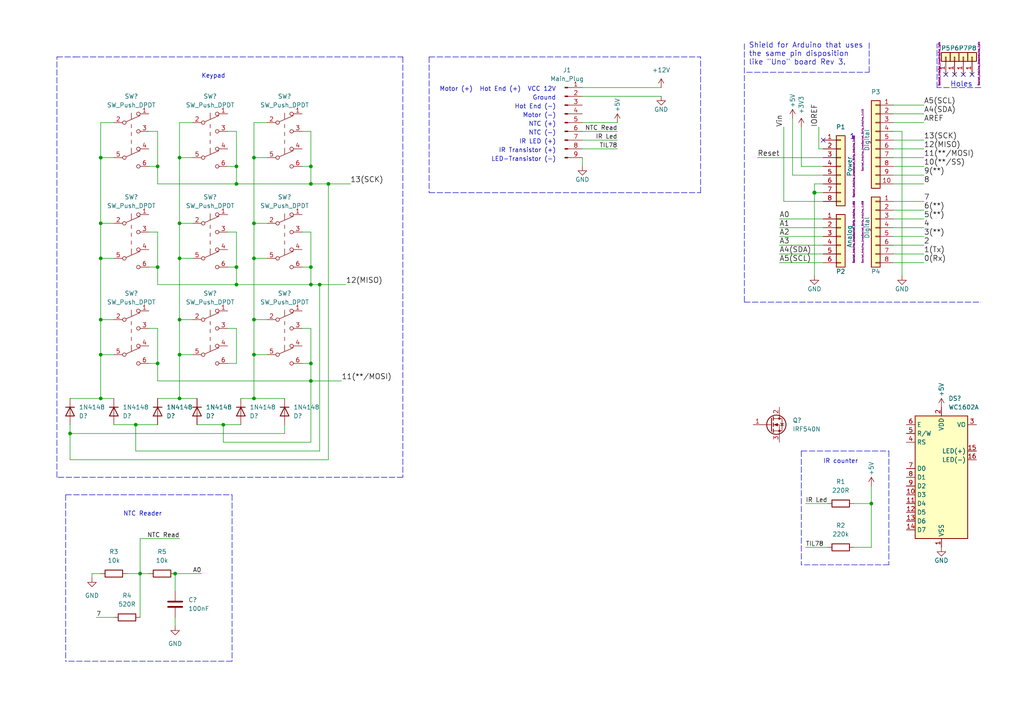
<source format=kicad_sch>
(kicad_sch (version 20211123) (generator eeschema)
  (paper "A4")
  (title_block (date "lun. 30 mars 2015"))
  (lib_symbols
    (symbol "Connector:Conn_01x09_Male" (pin_names (offset 1.016) hide)
      (property "Reference" "J" (at 0 12.7 0))
      (property "Value" "Conn_01x09_Male" (at 0 -12.7 0))
      (symbol "Conn_01x09_Male_1_1"
        (polyline (pts (xy 1.27 -10.16) (xy 0.8636 -10.16)) (stroke (width 0.1524)))
        (polyline (pts (xy 1.27 -7.62) (xy 0.8636 -7.62)) (stroke (width 0.1524)))
        (polyline (pts (xy 1.27 -5.08) (xy 0.8636 -5.08)) (stroke (width 0.1524)))
        (polyline (pts (xy 1.27 -2.54) (xy 0.8636 -2.54)) (stroke (width 0.1524)))
        (polyline (pts (xy 1.27 0) (xy 0.8636 0)) (stroke (width 0.1524)))
        (polyline (pts (xy 1.27 2.54) (xy 0.8636 2.54)) (stroke (width 0.1524)))
        (polyline (pts (xy 1.27 5.08) (xy 0.8636 5.08)) (stroke (width 0.1524)))
        (polyline (pts (xy 1.27 7.62) (xy 0.8636 7.62)) (stroke (width 0.1524)))
        (polyline (pts (xy 1.27 10.16) (xy 0.8636 10.16)) (stroke (width 0.1524)))
        (rectangle (start 0.8636 -10.033) (end 0 -10.287) (stroke (width 0.1524)) (fill (type outline)))
        (rectangle (start 0.8636 -7.493) (end 0 -7.747) (stroke (width 0.1524)) (fill (type outline)))
        (rectangle (start 0.8636 -4.953) (end 0 -5.207) (stroke (width 0.1524)) (fill (type outline)))
        (rectangle (start 0.8636 -2.413) (end 0 -2.667) (stroke (width 0.1524)) (fill (type outline)))
        (rectangle (start 0.8636 0.127) (end 0 -0.127) (stroke (width 0.1524)) (fill (type outline)))
        (rectangle (start 0.8636 2.667) (end 0 2.413) (stroke (width 0.1524)) (fill (type outline)))
        (rectangle (start 0.8636 5.207) (end 0 4.953) (stroke (width 0.1524)) (fill (type outline)))
        (rectangle (start 0.8636 7.747) (end 0 7.493) (stroke (width 0.1524)) (fill (type outline)))
        (rectangle (start 0.8636 10.287) (end 0 10.033) (stroke (width 0.1524)) (fill (type outline)))
        (pin passive line (at 5.08 10.16 180) (length 3.81) (name "Pin_1") (number "1"))
        (pin passive line (at 5.08 7.62 180) (length 3.81) (name "Pin_2") (number "2"))
        (pin passive line (at 5.08 5.08 180) (length 3.81) (name "Pin_3") (number "3"))
        (pin passive line (at 5.08 2.54 180) (length 3.81) (name "Pin_4") (number "4"))
        (pin passive line (at 5.08 0 180) (length 3.81) (name "Pin_5") (number "5"))
        (pin passive line (at 5.08 -2.54 180) (length 3.81) (name "Pin_6") (number "6"))
        (pin passive line (at 5.08 -5.08 180) (length 3.81) (name "Pin_7") (number "7"))
        (pin passive line (at 5.08 -7.62 180) (length 3.81) (name "Pin_8") (number "8"))
        (pin passive line (at 5.08 -10.16 180) (length 3.81) (name "Pin_9") (number "9"))
      )
    )
    (symbol "Connector_Generic:Conn_01x01" (pin_names (offset 1.016) hide)
      (property "Reference" "J" (at 0 2.54 0))
      (property "Value" "Conn_01x01" (at 0 -2.54 0))
      (symbol "Conn_01x01_1_1"
        (rectangle (start -1.27 0.127) (end 0 -0.127) (stroke (width 0.1524)))
        (rectangle (start -1.27 1.27) (end 1.27 -1.27) (stroke (width 0.254)) (fill (type background)))
        (pin passive line (at -5.08 0 0) (length 3.81) (name "Pin_1") (number "1"))
      )
    )
    (symbol "Connector_Generic:Conn_01x06" (pin_names (offset 1.016) hide)
      (property "Reference" "J" (at 0 7.62 0))
      (property "Value" "Conn_01x06" (at 0 -10.16 0))
      (symbol "Conn_01x06_1_1"
        (rectangle (start -1.27 -7.493) (end 0 -7.747) (stroke (width 0.1524)))
        (rectangle (start -1.27 -4.953) (end 0 -5.207) (stroke (width 0.1524)))
        (rectangle (start -1.27 -2.413) (end 0 -2.667) (stroke (width 0.1524)))
        (rectangle (start -1.27 0.127) (end 0 -0.127) (stroke (width 0.1524)))
        (rectangle (start -1.27 2.667) (end 0 2.413) (stroke (width 0.1524)))
        (rectangle (start -1.27 5.207) (end 0 4.953) (stroke (width 0.1524)))
        (rectangle (start -1.27 6.35) (end 1.27 -8.89) (stroke (width 0.254)) (fill (type background)))
        (pin passive line (at -5.08 5.08 0) (length 3.81) (name "Pin_1") (number "1"))
        (pin passive line (at -5.08 2.54 0) (length 3.81) (name "Pin_2") (number "2"))
        (pin passive line (at -5.08 0 0) (length 3.81) (name "Pin_3") (number "3"))
        (pin passive line (at -5.08 -2.54 0) (length 3.81) (name "Pin_4") (number "4"))
        (pin passive line (at -5.08 -5.08 0) (length 3.81) (name "Pin_5") (number "5"))
        (pin passive line (at -5.08 -7.62 0) (length 3.81) (name "Pin_6") (number "6"))
      )
    )
    (symbol "Connector_Generic:Conn_01x08" (pin_names (offset 1.016) hide)
      (property "Reference" "J" (at 0 10.16 0))
      (property "Value" "Conn_01x08" (at 0 -12.7 0))
      (symbol "Conn_01x08_1_1"
        (rectangle (start -1.27 -10.033) (end 0 -10.287) (stroke (width 0.1524)))
        (rectangle (start -1.27 -7.493) (end 0 -7.747) (stroke (width 0.1524)))
        (rectangle (start -1.27 -4.953) (end 0 -5.207) (stroke (width 0.1524)))
        (rectangle (start -1.27 -2.413) (end 0 -2.667) (stroke (width 0.1524)))
        (rectangle (start -1.27 0.127) (end 0 -0.127) (stroke (width 0.1524)))
        (rectangle (start -1.27 2.667) (end 0 2.413) (stroke (width 0.1524)))
        (rectangle (start -1.27 5.207) (end 0 4.953) (stroke (width 0.1524)))
        (rectangle (start -1.27 7.747) (end 0 7.493) (stroke (width 0.1524)))
        (rectangle (start -1.27 8.89) (end 1.27 -11.43) (stroke (width 0.254)) (fill (type background)))
        (pin passive line (at -5.08 7.62 0) (length 3.81) (name "Pin_1") (number "1"))
        (pin passive line (at -5.08 5.08 0) (length 3.81) (name "Pin_2") (number "2"))
        (pin passive line (at -5.08 2.54 0) (length 3.81) (name "Pin_3") (number "3"))
        (pin passive line (at -5.08 0 0) (length 3.81) (name "Pin_4") (number "4"))
        (pin passive line (at -5.08 -2.54 0) (length 3.81) (name "Pin_5") (number "5"))
        (pin passive line (at -5.08 -5.08 0) (length 3.81) (name "Pin_6") (number "6"))
        (pin passive line (at -5.08 -7.62 0) (length 3.81) (name "Pin_7") (number "7"))
        (pin passive line (at -5.08 -10.16 0) (length 3.81) (name "Pin_8") (number "8"))
      )
    )
    (symbol "Connector_Generic:Conn_01x10" (pin_names (offset 1.016) hide)
      (property "Reference" "J" (at 0 12.7 0))
      (property "Value" "Conn_01x10" (at 0 -15.24 0))
      (symbol "Conn_01x10_1_1"
        (rectangle (start -1.27 -12.573) (end 0 -12.827) (stroke (width 0.1524)))
        (rectangle (start -1.27 -10.033) (end 0 -10.287) (stroke (width 0.1524)))
        (rectangle (start -1.27 -7.493) (end 0 -7.747) (stroke (width 0.1524)))
        (rectangle (start -1.27 -4.953) (end 0 -5.207) (stroke (width 0.1524)))
        (rectangle (start -1.27 -2.413) (end 0 -2.667) (stroke (width 0.1524)))
        (rectangle (start -1.27 0.127) (end 0 -0.127) (stroke (width 0.1524)))
        (rectangle (start -1.27 2.667) (end 0 2.413) (stroke (width 0.1524)))
        (rectangle (start -1.27 5.207) (end 0 4.953) (stroke (width 0.1524)))
        (rectangle (start -1.27 7.747) (end 0 7.493) (stroke (width 0.1524)))
        (rectangle (start -1.27 10.287) (end 0 10.033) (stroke (width 0.1524)))
        (rectangle (start -1.27 11.43) (end 1.27 -13.97) (stroke (width 0.254)) (fill (type background)))
        (pin passive line (at -5.08 10.16 0) (length 3.81) (name "Pin_1") (number "1"))
        (pin passive line (at -5.08 -12.7 0) (length 3.81) (name "Pin_10") (number "10"))
        (pin passive line (at -5.08 7.62 0) (length 3.81) (name "Pin_2") (number "2"))
        (pin passive line (at -5.08 5.08 0) (length 3.81) (name "Pin_3") (number "3"))
        (pin passive line (at -5.08 2.54 0) (length 3.81) (name "Pin_4") (number "4"))
        (pin passive line (at -5.08 0 0) (length 3.81) (name "Pin_5") (number "5"))
        (pin passive line (at -5.08 -2.54 0) (length 3.81) (name "Pin_6") (number "6"))
        (pin passive line (at -5.08 -5.08 0) (length 3.81) (name "Pin_7") (number "7"))
        (pin passive line (at -5.08 -7.62 0) (length 3.81) (name "Pin_8") (number "8"))
        (pin passive line (at -5.08 -10.16 0) (length 3.81) (name "Pin_9") (number "9"))
      )
    )
    (symbol "Device:C" (pin_numbers hide) (pin_names (offset 0.254))
      (property "Reference" "C" (at 0.635 2.54 0))
      (property "Value" "C" (at 0.635 -2.54 0))
      (symbol "C_0_1"
        (polyline (pts (xy -2.032 -0.762) (xy 2.032 -0.762)) (stroke (width 0.508)))
        (polyline (pts (xy -2.032 0.762) (xy 2.032 0.762)) (stroke (width 0.508)))
      )
      (symbol "C_1_1"
        (pin passive line (at 0 3.81 270) (length 2.794) (name "~") (number "1"))
        (pin passive line (at 0 -3.81 90) (length 2.794) (name "~") (number "2"))
      )
    )
    (symbol "Device:R" (pin_numbers hide) (pin_names (offset 0))
      (property "Reference" "R" (at 2.032 0 90))
      (property "Value" "R" (at 0 0 90))
      (symbol "R_0_1"
        (rectangle (start -1.016 -2.54) (end 1.016 2.54) (stroke (width 0.254)))
      )
      (symbol "R_1_1"
        (pin passive line (at 0 3.81 270) (length 1.27) (name "~") (number "1"))
        (pin passive line (at 0 -3.81 90) (length 1.27) (name "~") (number "2"))
      )
    )
    (symbol "Diode:1N4148" (pin_numbers hide) (pin_names (offset 1.016) hide)
      (property "Reference" "D" (at 0 2.54 0))
      (property "Value" "1N4148" (at 0 -2.54 0))
      (symbol "1N4148_0_1"
        (polyline (pts (xy -1.27 1.27) (xy -1.27 -1.27)) (stroke (width 0.254)))
        (polyline (pts (xy 1.27 0) (xy -1.27 0)))
        (polyline (pts (xy 1.27 1.27) (xy 1.27 -1.27) (xy -1.27 0) (xy 1.27 1.27)) (stroke (width 0.254)))
      )
      (symbol "1N4148_1_1"
        (pin passive line (at -3.81 0 0) (length 2.54) (name "K") (number "1"))
        (pin passive line (at 3.81 0 180) (length 2.54) (name "A") (number "2"))
      )
    )
    (symbol "Display_Character:WC1602A"
      (property "Reference" "DS" (at -5.842 19.05 0))
      (property "Value" "WC1602A" (at 5.334 19.05 0))
      (symbol "WC1602A_1_1"
        (rectangle (start -7.62 17.78) (end 7.62 -17.78) (stroke (width 0.254)) (fill (type background)))
        (pin power_in line (at 0 -20.32 90) (length 2.54) (name "VSS") (number "1"))
        (pin input line (at -10.16 -5.08 0) (length 2.54) (name "D3") (number "10"))
        (pin input line (at -10.16 -7.62 0) (length 2.54) (name "D4") (number "11"))
        (pin input line (at -10.16 -10.16 0) (length 2.54) (name "D5") (number "12"))
        (pin input line (at -10.16 -12.7 0) (length 2.54) (name "D6") (number "13"))
        (pin input line (at -10.16 -15.24 0) (length 2.54) (name "D7") (number "14"))
        (pin power_in line (at 10.16 7.62 180) (length 2.54) (name "LED(+)") (number "15"))
        (pin power_in line (at 10.16 5.08 180) (length 2.54) (name "LED(-)") (number "16"))
        (pin power_in line (at 0 20.32 270) (length 2.54) (name "VDD") (number "2"))
        (pin input line (at 10.16 15.24 180) (length 2.54) (name "VO") (number "3"))
        (pin input line (at -10.16 10.16 0) (length 2.54) (name "RS") (number "4"))
        (pin input line (at -10.16 12.7 0) (length 2.54) (name "R/W") (number "5"))
        (pin input line (at -10.16 15.24 0) (length 2.54) (name "E") (number "6"))
        (pin input line (at -10.16 2.54 0) (length 2.54) (name "D0") (number "7"))
        (pin input line (at -10.16 0 0) (length 2.54) (name "D1") (number "8"))
        (pin input line (at -10.16 -2.54 0) (length 2.54) (name "D2") (number "9"))
      )
    )
    (symbol "Switch:SW_Push_DPDT" (pin_names (offset 0) hide)
      (property "Reference" "SW" (at 0 8.89 0))
      (property "Value" "SW_Push_DPDT" (at 0 -10.16 0))
      (symbol "SW_Push_DPDT_0_0"
        (circle (center -2.032 -5.08) (radius 0.508))
        (circle (center -2.032 5.08) (radius 0.508))
        (circle (center 2.032 -7.62) (radius 0.508))
        (circle (center 2.032 2.54) (radius 0.508))
      )
      (symbol "SW_Push_DPDT_0_1"
        (polyline (pts (xy -1.524 -4.826) (xy 2.54 -3.048)))
        (polyline (pts (xy -1.524 5.334) (xy 2.54 7.112)))
        (polyline (pts (xy 0 -2.286) (xy 0 -4.064)))
        (polyline (pts (xy 0 -1.016) (xy 0 0)))
        (polyline (pts (xy 0 1.27) (xy 0 2.286)))
        (polyline (pts (xy 0 3.556) (xy 0 4.572)))
        (polyline (pts (xy 0 7.874) (xy 0 6.096)))
        (circle (center 2.032 -2.54) (radius 0.508))
        (circle (center 2.032 7.62) (radius 0.508))
      )
      (symbol "SW_Push_DPDT_1_1"
        (pin passive line (at 5.08 7.62 180) (length 2.54) (name "A") (number "1"))
        (pin passive line (at -5.08 5.08 0) (length 2.54) (name "B") (number "2"))
        (pin passive line (at 5.08 2.54 180) (length 2.54) (name "C") (number "3"))
        (pin passive line (at 5.08 -2.54 180) (length 2.54) (name "A") (number "4"))
        (pin passive line (at -5.08 -5.08 0) (length 2.54) (name "B") (number "5"))
        (pin passive line (at 5.08 -7.62 180) (length 2.54) (name "C") (number "6"))
      )
    )
    (symbol "Transistor_FET:IRF540N" (pin_names hide)
      (property "Reference" "Q" (at 6.35 1.905 0))
      (property "Value" "IRF540N" (at 6.35 0 0))
      (symbol "IRF540N_0_1"
        (polyline (pts (xy 0.254 0) (xy -2.54 0)))
        (polyline (pts (xy 0.254 1.905) (xy 0.254 -1.905)) (stroke (width 0.254)))
        (polyline (pts (xy 0.762 -1.27) (xy 0.762 -2.286)) (stroke (width 0.254)))
        (polyline (pts (xy 0.762 0.508) (xy 0.762 -0.508)) (stroke (width 0.254)))
        (polyline (pts (xy 0.762 2.286) (xy 0.762 1.27)) (stroke (width 0.254)))
        (polyline (pts (xy 2.54 2.54) (xy 2.54 1.778)))
        (polyline (pts (xy 2.54 -2.54) (xy 2.54 0) (xy 0.762 0)))
        (polyline (pts (xy 0.762 -1.778) (xy 3.302 -1.778) (xy 3.302 1.778) (xy 0.762 1.778)))
        (polyline (pts (xy 1.016 0) (xy 2.032 0.381) (xy 2.032 -0.381) (xy 1.016 0)) (fill (type outline)))
        (polyline (pts (xy 2.794 0.508) (xy 2.921 0.381) (xy 3.683 0.381) (xy 3.81 0.254)))
        (polyline (pts (xy 3.302 0.381) (xy 2.921 -0.254) (xy 3.683 -0.254) (xy 3.302 0.381)))
        (circle (center 1.651 0) (radius 2.794) (stroke (width 0.254)))
        (circle (center 2.54 -1.778) (radius 0.254) (fill (type outline)))
        (circle (center 2.54 1.778) (radius 0.254) (fill (type outline)))
      )
      (symbol "IRF540N_1_1"
        (pin input line (at -5.08 0 0) (length 2.54) (name "G") (number "1"))
        (pin passive line (at 2.54 5.08 270) (length 2.54) (name "D") (number "2"))
        (pin passive line (at 2.54 -5.08 90) (length 2.54) (name "S") (number "3"))
      )
    )
    (symbol "power:+12V" (power) (pin_names (offset 0))
      (property "Value" "+12V" (at 0 3.556 0))
      (symbol "+12V_0_1"
        (polyline (pts (xy -0.762 1.27) (xy 0 2.54)))
        (polyline (pts (xy 0 0) (xy 0 2.54)))
        (polyline (pts (xy 0 2.54) (xy 0.762 1.27)))
      )
      (symbol "+12V_1_1"
        (pin power_in line (at 0 0 90) (length 0) hide (name "+12V") (number "1"))
      )
    )
    (symbol "power:+3.3V" (power) (pin_names (offset 0))
      (property "Value" "+3.3V" (at 0 3.556 0))
      (symbol "+3.3V_0_1"
        (polyline (pts (xy -0.762 1.27) (xy 0 2.54)))
        (polyline (pts (xy 0 0) (xy 0 2.54)))
        (polyline (pts (xy 0 2.54) (xy 0.762 1.27)))
      )
      (symbol "+3.3V_1_1"
        (pin power_in line (at 0 0 90) (length 0) hide (name "+3V3") (number "1"))
      )
    )
    (symbol "power:+5V" (power) (pin_names (offset 0))
      (property "Value" "+5V" (at 0 3.556 0))
      (symbol "+5V_0_1"
        (polyline (pts (xy -0.762 1.27) (xy 0 2.54)))
        (polyline (pts (xy 0 0) (xy 0 2.54)))
        (polyline (pts (xy 0 2.54) (xy 0.762 1.27)))
      )
      (symbol "+5V_1_1"
        (pin power_in line (at 0 0 90) (length 0) hide (name "+5V") (number "1"))
      )
    )
    (symbol "power:GND" (power) (pin_names (offset 0))
      (property "Value" "GND" (at 0 -3.81 0))
      (symbol "GND_0_1"
        (polyline (pts (xy 0 0) (xy 0 -1.27) (xy 1.27 -1.27) (xy 0 -2.54) (xy -1.27 -1.27) (xy 0 -1.27)))
      )
      (symbol "GND_1_1"
        (pin power_in line (at 0 0 270) (length 0) hide (name "GND") (number "1"))
      )
    )
  )
  (junction (at 68.58 82.55))
  (junction (at 52.07 45.72))
  (junction (at 50.8 166.37))
  (junction (at 252.73 146.05))
  (junction (at 52.07 115.57))
  (junction (at 52.07 92.71))
  (junction (at 64.77 123.19))
  (junction (at 29.21 115.57))
  (junction (at 29.21 64.77))
  (junction (at 52.07 102.87))
  (junction (at 29.21 92.71))
  (junction (at 29.21 102.87))
  (junction (at 40.64 166.37))
  (junction (at 73.66 92.71))
  (junction (at 73.66 45.72))
  (junction (at 73.66 115.57))
  (junction (at 52.07 74.93))
  (junction (at 45.72 77.47))
  (junction (at 68.58 48.26))
  (junction (at 90.17 110.49))
  (junction (at 236.22 55.88) (diameter 1.016))
  (junction (at 90.17 82.55))
  (junction (at 92.71 82.55))
  (junction (at 68.58 77.47))
  (junction (at 45.72 48.26))
  (junction (at 29.21 45.72))
  (junction (at 90.17 105.41))
  (junction (at 90.17 77.47))
  (junction (at 68.58 53.34))
  (junction (at 29.21 74.93))
  (junction (at 73.66 64.77))
  (junction (at 90.17 48.26))
  (junction (at 39.37 123.19))
  (junction (at 52.07 64.77))
  (junction (at 95.25 53.34))
  (junction (at 45.72 105.41))
  (junction (at 20.32 125.73))
  (junction (at 90.17 53.34))
  (junction (at 73.66 102.87))
  (junction (at 73.66 74.93))
  (no_connect (at 279.4 21.59))
  (no_connect (at 274.32 21.59))
  (no_connect (at 276.86 21.59))
  (no_connect (at 281.94 21.59))
  (no_connect (at 238.76 40.64))
  (wire (pts (xy 73.66 92.71) (xy 73.66 102.87)))
  (wire (pts (xy 73.66 64.77) (xy 73.66 74.93)))
  (wire (pts (xy 33.02 45.72) (xy 29.21 45.72)))
  (wire (pts (xy 39.37 130.81) (xy 92.71 130.81)))
  (wire (pts (xy 73.66 35.56) (xy 73.66 45.72)))
  (wire (pts (xy 168.91 27.94) (xy 191.77 27.94)))
  (polyline (pts (xy 116.84 138.43) (xy 16.51 138.43)))
  (wire (pts (xy 45.72 53.34) (xy 68.58 53.34)))
  (wire (pts (xy 233.68 158.75) (xy 240.03 158.75)))
  (wire (pts (xy 33.02 123.19) (xy 39.37 123.19)))
  (wire (pts (xy 238.76 48.26) (xy 232.41 48.26)))
  (wire (pts (xy 73.66 74.93) (xy 73.66 92.71)))
  (wire (pts (xy 57.15 123.19) (xy 64.77 123.19)))
  (wire (pts (xy 52.07 45.72) (xy 52.07 64.77)))
  (wire (pts (xy 238.76 71.12) (xy 226.06 71.12)))
  (wire (pts (xy 43.18 95.25) (xy 45.72 95.25)))
  (wire (pts (xy 45.72 115.57) (xy 52.07 115.57)))
  (wire (pts (xy 247.65 158.75) (xy 252.73 158.75)))
  (polyline (pts (xy 252.095 20.955) (xy 252.095 12.065)) (stroke (width 0) (type dash)))
  (wire (pts (xy 64.77 128.27) (xy 90.17 128.27)))
  (wire (pts (xy 40.64 166.37) (xy 43.18 166.37)))
  (wire (pts (xy 52.07 35.56) (xy 55.88 35.56)))
  (wire (pts (xy 87.63 105.41) (xy 90.17 105.41)))
  (wire (pts (xy 259.08 63.5) (xy 267.97 63.5)))
  (wire (pts (xy 73.66 64.77) (xy 77.47 64.77)))
  (wire (pts (xy 52.07 45.72) (xy 55.88 45.72)))
  (wire (pts (xy 66.04 95.25) (xy 68.58 95.25)))
  (wire (pts (xy 52.07 102.87) (xy 52.07 115.57)))
  (wire (pts (xy 45.72 48.26) (xy 45.72 53.34)))
  (polyline (pts (xy 116.84 16.51) (xy 116.84 138.43)))
  (wire (pts (xy 90.17 82.55) (xy 90.17 77.47)))
  (polyline (pts (xy 257.81 163.83) (xy 232.41 163.83)))
  (wire (pts (xy 39.37 123.19) (xy 45.72 123.19)))
  (wire (pts (xy 20.32 115.57) (xy 29.21 115.57)))
  (wire (pts (xy 73.66 45.72) (xy 77.47 45.72)))
  (wire (pts (xy 90.17 110.49) (xy 99.06 110.49)))
  (wire (pts (xy 29.21 102.87) (xy 33.02 102.87)))
  (wire (pts (xy 236.22 53.34) (xy 236.22 55.88)))
  (wire (pts (xy 90.17 82.55) (xy 92.71 82.55)))
  (wire (pts (xy 43.18 48.26) (xy 45.72 48.26)))
  (wire (pts (xy 252.73 158.75) (xy 252.73 146.05)))
  (wire (pts (xy 64.77 123.19) (xy 64.77 128.27)))
  (wire (pts (xy 259.08 43.18) (xy 267.97 43.18)))
  (wire (pts (xy 261.62 38.1) (xy 261.62 80.01)))
  (wire (pts (xy 238.76 53.34) (xy 236.22 53.34)))
  (wire (pts (xy 252.73 146.05) (xy 252.73 140.97)))
  (wire (pts (xy 50.8 166.37) (xy 58.42 166.37)))
  (polyline (pts (xy 19.05 143.51) (xy 67.31 143.51)))
  (wire (pts (xy 73.66 102.87) (xy 77.47 102.87)))
  (wire (pts (xy 95.25 133.35) (xy 20.32 133.35)))
  (wire (pts (xy 43.18 67.31) (xy 45.72 67.31)))
  (wire (pts (xy 45.72 95.25) (xy 45.72 105.41)))
  (wire (pts (xy 259.08 53.34) (xy 267.97 53.34)))
  (wire (pts (xy 237.49 43.18) (xy 238.76 43.18)))
  (wire (pts (xy 50.8 166.37) (xy 50.8 171.45)))
  (wire (pts (xy 168.91 38.1) (xy 179.07 38.1)))
  (wire (pts (xy 29.21 92.71) (xy 29.21 102.87)))
  (wire (pts (xy 238.76 50.8) (xy 229.87 50.8)))
  (wire (pts (xy 90.17 38.1) (xy 87.63 38.1)))
  (wire (pts (xy 90.17 48.26) (xy 90.17 38.1)))
  (polyline (pts (xy 16.51 16.51) (xy 21.59 16.51)))
  (wire (pts (xy 68.58 53.34) (xy 90.17 53.34)))
  (wire (pts (xy 87.63 48.26) (xy 90.17 48.26)))
  (wire (pts (xy 90.17 110.49) (xy 90.17 105.41)))
  (wire (pts (xy 20.32 123.19) (xy 20.32 125.73)))
  (wire (pts (xy 68.58 77.47) (xy 68.58 82.55)))
  (wire (pts (xy 259.08 40.64) (xy 267.97 40.64)))
  (wire (pts (xy 90.17 105.41) (xy 90.17 95.25)))
  (wire (pts (xy 52.07 92.71) (xy 52.07 102.87)))
  (wire (pts (xy 29.21 115.57) (xy 33.02 115.57)))
  (wire (pts (xy 52.07 102.87) (xy 55.88 102.87)))
  (wire (pts (xy 73.66 35.56) (xy 77.47 35.56)))
  (wire (pts (xy 259.08 58.42) (xy 267.97 58.42)))
  (wire (pts (xy 238.76 66.04) (xy 226.06 66.04)))
  (wire (pts (xy 68.58 95.25) (xy 68.58 105.41)))
  (wire (pts (xy 87.63 77.47) (xy 90.17 77.47)))
  (polyline (pts (xy 124.46 55.88) (xy 203.2 55.88)))
  (wire (pts (xy 52.07 74.93) (xy 52.07 92.71)))
  (wire (pts (xy 259.08 30.48) (xy 267.97 30.48)))
  (wire (pts (xy 45.72 110.49) (xy 90.17 110.49)))
  (wire (pts (xy 29.21 64.77) (xy 33.02 64.77)))
  (wire (pts (xy 45.72 38.1) (xy 43.18 38.1)))
  (wire (pts (xy 259.08 71.12) (xy 267.97 71.12)))
  (wire (pts (xy 90.17 53.34) (xy 90.17 48.26)))
  (wire (pts (xy 68.58 77.47) (xy 68.58 67.31)))
  (polyline (pts (xy 124.46 16.51) (xy 124.46 55.88)))
  (wire (pts (xy 29.21 45.72) (xy 29.21 64.77)))
  (polyline (pts (xy 124.46 16.51) (xy 203.2 16.51)))
  (wire (pts (xy 238.76 58.42) (xy 227.33 58.42)))
  (wire (pts (xy 45.72 77.47) (xy 45.72 82.55)))
  (wire (pts (xy 68.58 48.26) (xy 68.58 38.1)))
  (wire (pts (xy 45.72 77.47) (xy 43.18 77.47)))
  (wire (pts (xy 92.71 82.55) (xy 92.71 130.81)))
  (polyline (pts (xy 232.41 130.81) (xy 257.81 130.81)))
  (wire (pts (xy 29.21 35.56) (xy 33.02 35.56)))
  (wire (pts (xy 90.17 95.25) (xy 87.63 95.25)))
  (wire (pts (xy 168.91 40.64) (xy 179.07 40.64)))
  (wire (pts (xy 29.21 35.56) (xy 29.21 45.72)))
  (wire (pts (xy 73.66 74.93) (xy 77.47 74.93)))
  (wire (pts (xy 238.76 63.5) (xy 226.06 63.5)))
  (wire (pts (xy 29.21 92.71) (xy 33.02 92.71)))
  (wire (pts (xy 90.17 53.34) (xy 95.25 53.34)))
  (wire (pts (xy 20.32 125.73) (xy 82.55 125.73)))
  (polyline (pts (xy 257.81 130.81) (xy 257.81 163.83)))
  (wire (pts (xy 259.08 45.72) (xy 267.97 45.72)))
  (wire (pts (xy 238.76 73.66) (xy 226.06 73.66)))
  (wire (pts (xy 40.64 156.21) (xy 52.07 156.21)))
  (wire (pts (xy 52.07 64.77) (xy 52.07 74.93)))
  (polyline (pts (xy 284.48 25.4) (xy 271.78 25.4)) (stroke (width 0) (type dash)))
  (wire (pts (xy 95.25 53.34) (xy 101.6 53.34)))
  (wire (pts (xy 90.17 110.49) (xy 90.17 128.27)))
  (wire (pts (xy 68.58 38.1) (xy 66.04 38.1)))
  (wire (pts (xy 238.76 45.72) (xy 219.71 45.72)))
  (wire (pts (xy 259.08 38.1) (xy 261.62 38.1)))
  (wire (pts (xy 238.76 55.88) (xy 236.22 55.88)))
  (wire (pts (xy 259.08 50.8) (xy 267.97 50.8)))
  (polyline (pts (xy 16.51 138.43) (xy 16.51 16.51)))
  (wire (pts (xy 66.04 48.26) (xy 68.58 48.26)))
  (wire (pts (xy 90.17 67.31) (xy 87.63 67.31)))
  (wire (pts (xy 247.65 146.05) (xy 252.73 146.05)))
  (polyline (pts (xy 203.2 55.88) (xy 203.2 16.51)))
  (wire (pts (xy 236.22 55.88) (xy 236.22 80.01)))
  (wire (pts (xy 29.21 102.87) (xy 29.21 115.57)))
  (wire (pts (xy 29.21 74.93) (xy 29.21 92.71)))
  (wire (pts (xy 40.64 179.07) (xy 40.64 166.37)))
  (wire (pts (xy 227.33 58.42) (xy 227.33 36.83)))
  (wire (pts (xy 45.72 105.41) (xy 45.72 110.49)))
  (wire (pts (xy 36.83 166.37) (xy 40.64 166.37)))
  (wire (pts (xy 66.04 77.47) (xy 68.58 77.47)))
  (wire (pts (xy 50.8 179.07) (xy 50.8 181.61)))
  (wire (pts (xy 240.03 146.05) (xy 233.68 146.05)))
  (polyline (pts (xy 215.9 87.63) (xy 284.48 87.63)) (stroke (width 0) (type dash)))
  (wire (pts (xy 259.08 68.58) (xy 267.97 68.58)))
  (wire (pts (xy 68.58 105.41) (xy 66.04 105.41)))
  (wire (pts (xy 238.76 76.2) (xy 226.06 76.2)))
  (wire (pts (xy 64.77 123.19) (xy 69.85 123.19)))
  (wire (pts (xy 68.58 48.26) (xy 68.58 53.34)))
  (wire (pts (xy 33.02 74.93) (xy 29.21 74.93)))
  (wire (pts (xy 259.08 73.66) (xy 267.97 73.66)))
  (polyline (pts (xy 271.78 25.4) (xy 271.78 12.7)) (stroke (width 0) (type dash)))
  (wire (pts (xy 20.32 125.73) (xy 20.32 133.35)))
  (wire (pts (xy 259.08 60.96) (xy 267.97 60.96)))
  (wire (pts (xy 45.72 48.26) (xy 45.72 38.1)))
  (wire (pts (xy 90.17 77.47) (xy 90.17 67.31)))
  (wire (pts (xy 229.87 50.8) (xy 229.87 34.29)))
  (wire (pts (xy 168.91 25.4) (xy 191.77 25.4)))
  (wire (pts (xy 26.67 166.37) (xy 26.67 167.64)))
  (wire (pts (xy 52.07 92.71) (xy 55.88 92.71)))
  (wire (pts (xy 40.64 156.21) (xy 40.64 166.37)))
  (wire (pts (xy 29.21 64.77) (xy 29.21 74.93)))
  (polyline (pts (xy 19.05 143.51) (xy 19.05 191.77)))
  (wire (pts (xy 73.66 45.72) (xy 73.66 64.77)))
  (wire (pts (xy 69.85 115.57) (xy 73.66 115.57)))
  (wire (pts (xy 68.58 82.55) (xy 90.17 82.55)))
  (wire (pts (xy 259.08 33.02) (xy 267.97 33.02)))
  (wire (pts (xy 95.25 53.34) (xy 95.25 133.35)))
  (wire (pts (xy 259.08 66.04) (xy 267.97 66.04)))
  (polyline (pts (xy 232.41 130.81) (xy 232.41 163.83)))
  (wire (pts (xy 259.08 35.56) (xy 267.97 35.56)))
  (wire (pts (xy 52.07 74.93) (xy 55.88 74.93)))
  (polyline (pts (xy 215.9 12.7) (xy 215.9 87.63)) (stroke (width 0) (type dash)))
  (wire (pts (xy 92.71 82.55) (xy 100.33 82.55)))
  (wire (pts (xy 52.07 64.77) (xy 55.88 64.77)))
  (wire (pts (xy 68.58 67.31) (xy 66.04 67.31)))
  (wire (pts (xy 232.41 48.26) (xy 232.41 36.83)))
  (wire (pts (xy 237.49 36.83) (xy 237.49 43.18)))
  (wire (pts (xy 52.07 35.56) (xy 52.07 45.72)))
  (polyline (pts (xy 67.31 143.51) (xy 67.31 191.77)))
  (wire (pts (xy 168.91 43.18) (xy 179.07 43.18)))
  (wire (pts (xy 39.37 130.81) (xy 39.37 123.19)))
  (wire (pts (xy 27.94 179.07) (xy 33.02 179.07)))
  (wire (pts (xy 45.72 82.55) (xy 68.58 82.55)))
  (wire (pts (xy 259.08 76.2) (xy 267.97 76.2)))
  (wire (pts (xy 259.08 48.26) (xy 267.97 48.26)))
  (polyline (pts (xy 21.59 16.51) (xy 116.84 16.51)))
  (wire (pts (xy 45.72 105.41) (xy 43.18 105.41)))
  (wire (pts (xy 82.55 125.73) (xy 82.55 123.19)))
  (wire (pts (xy 52.07 115.57) (xy 57.15 115.57)))
  (wire (pts (xy 73.66 92.71) (xy 77.47 92.71)))
  (wire (pts (xy 168.91 45.72) (xy 168.91 48.26)))
  (wire (pts (xy 168.91 35.56) (xy 179.07 35.56)))
  (wire (pts (xy 238.76 68.58) (xy 226.06 68.58)))
  (wire (pts (xy 73.66 102.87) (xy 73.66 115.57)))
  (polyline (pts (xy 67.31 191.77) (xy 19.05 191.77)))
  (wire (pts (xy 29.21 166.37) (xy 26.67 166.37)))
  (polyline (pts (xy 216.535 20.955) (xy 252.095 20.955)) (stroke (width 0) (type dash)))
  (wire (pts (xy 73.66 115.57) (xy 82.55 115.57)))
  (wire (pts (xy 45.72 67.31) (xy 45.72 77.47)))
  (text "NTC (+)" (at 161.29 36.83 180) (effects (font (size 1.27 1.27)) (justify right bottom)))
  (text "Hot End (+)" (at 151.13 26.67 180) (effects (font (size 1.27 1.27)) (justify right bottom)))
  (text "NTC Reader" (at 46.99 149.86 180) (effects (font (size 1.27 1.27)) (justify right bottom)))
  (text "Keypad" (at 58.42 22.86 0) (effects (font (size 1.27 1.27)) (justify left bottom)))
  (text "IR counter" (at 248.92 134.62 180) (effects (font (size 1.27 1.27)) (justify right bottom)))
  (text "LED-Transistor (-)" (at 161.29 46.99 180) (effects (font (size 1.27 1.27)) (justify right bottom)))
  (text "Holes" (at 275.59 25.4 0) (effects (font (size 1.524 1.524)) (justify left bottom)))
  (text "Motor (+)" (at 137.16 26.67 180) (effects (font (size 1.27 1.27)) (justify right bottom)))
  (text "Shield for Arduino that uses\nthe same pin disposition\nlike \"Uno\" board Rev 3." (at 217.17 19.05 0) (effects (font (size 1.524 1.524)) (justify left bottom)))
  (text "Hot End (-)" (at 161.29 31.75 180) (effects (font (size 1.27 1.27)) (justify right bottom)))
  (text "NTC (-)" (at 161.29 39.37 180) (effects (font (size 1.27 1.27)) (justify right bottom)))
  (text "IR Transistor (+)" (at 161.29 44.45 180) (effects (font (size 1.27 1.27)) (justify right bottom)))
  (text "Motor (-)" (at 161.29 34.29 180) (effects (font (size 1.27 1.27)) (justify right bottom)))
  (text "IR LED (+)" (at 161.29 41.91 180) (effects (font (size 1.27 1.27)) (justify right bottom)))
  (text "VCC 12V" (at 161.29 26.67 180) (effects (font (size 1.27 1.27)) (justify right bottom)))
  (text "1" (at 246.38 40.64 0) (effects (font (size 1.524 1.524)) (justify left bottom)))
  (text "Ground" (at 161.29 29.21 180) (effects (font (size 1.27 1.27)) (justify right bottom)))
  (label "NTC Read" (at 52.07 156.21 180))
  (label "Vin" (at 227.33 36.83 90) (effects (font (size 1.524 1.524))))
  (label "0(Rx)" (at 267.97 76.2 0) (effects (font (size 1.524 1.524))))
  (label "A4(SDA)" (at 226.06 73.66 0) (effects (font (size 1.524 1.524))))
  (label "TIL78" (at 179.07 43.18 180))
  (label "TIL78" (at 233.68 158.75 0))
  (label "11(**/MOSI)" (at 99.06 110.49 0) (effects (font (size 1.524 1.524))))
  (label "13(SCK)" (at 101.6 53.34 0) (effects (font (size 1.524 1.524))))
  (label "4" (at 267.97 66.04 0) (effects (font (size 1.524 1.524))))
  (label "5(**)" (at 267.97 63.5 0) (effects (font (size 1.524 1.524))))
  (label "A2" (at 226.06 68.58 0) (effects (font (size 1.524 1.524))))
  (label "A5(SCL)" (at 226.06 76.2 0) (effects (font (size 1.524 1.524))))
  (label "A0" (at 226.06 63.5 0) (effects (font (size 1.524 1.524))))
  (label "IR Led" (at 233.68 146.05 0))
  (label "A1" (at 226.06 66.04 0) (effects (font (size 1.524 1.524))))
  (label "10(**/SS)" (at 267.97 48.26 0) (effects (font (size 1.524 1.524))))
  (label "13(SCK)" (at 267.97 40.64 0) (effects (font (size 1.524 1.524))))
  (label "NTC Read" (at 179.07 38.1 180))
  (label "IR Led" (at 179.07 40.64 180))
  (label "7" (at 267.97 58.42 0) (effects (font (size 1.524 1.524))))
  (label "A4(SDA)" (at 267.97 33.02 0) (effects (font (size 1.524 1.524))))
  (label "7" (at 27.94 179.07 0))
  (label "A3" (at 226.06 71.12 0) (effects (font (size 1.524 1.524))))
  (label "Reset" (at 219.71 45.72 0) (effects (font (size 1.524 1.524))))
  (label "2" (at 267.97 71.12 0) (effects (font (size 1.524 1.524))))
  (label "12(MISO)" (at 267.97 43.18 0) (effects (font (size 1.524 1.524))))
  (label "3(**)" (at 267.97 68.58 0) (effects (font (size 1.524 1.524))))
  (label "9(**)" (at 267.97 50.8 0) (effects (font (size 1.524 1.524))))
  (label "8" (at 267.97 53.34 0) (effects (font (size 1.524 1.524))))
  (label "A0" (at 58.42 166.37 180))
  (label "A5(SCL)" (at 267.97 30.48 0) (effects (font (size 1.524 1.524))))
  (label "IOREF" (at 237.49 36.83 90) (effects (font (size 1.524 1.524))))
  (label "AREF" (at 267.97 35.56 0) (effects (font (size 1.524 1.524))))
  (label "12(MISO)" (at 100.33 82.55 0) (effects (font (size 1.524 1.524))))
  (label "11(**/MOSI)" (at 267.97 45.72 0) (effects (font (size 1.524 1.524))))
  (label "1(Tx)" (at 267.97 73.66 0) (effects (font (size 1.524 1.524))))
  (label "6(**)" (at 267.97 60.96 0) (effects (font (size 1.524 1.524))))
  (symbol (lib_id "Connector_Generic:Conn_01x08") (at 243.84 48.26 0) (unit 1)
    (property "Reference" "P1" (at 243.84 36.83 0))
    (property "Value" "Power" (at 246.38 48.26 90))
    (property "Footprint" "Socket_Arduino_Uno:Socket_Strip_Arduino_1x08" (at 247.65 48.26 90) (effects (font (size 0.508 0.508))))
  )
  (symbol (lib_id "power:+3.3V") (at 232.41 36.83 0) (unit 1)
    (property "Reference" "#PWR01" (effects hide))
    (property "Value" "+3.3V" (at 232.41 30.48 90))
  )
  (symbol (lib_id "power:+5V") (at 229.87 34.29 0) (unit 1)
    (property "Reference" "#PWR02" (effects hide))
    (property "Value" "+5V" (at 229.87 29.21 90))
  )
  (symbol (lib_id "power:GND") (at 236.22 80.01 0) (unit 1)
    (property "Reference" "#PWR03" (effects hide))
    (property "Value" "GND" (at 236.22 83.82 0))
  )
  (symbol (lib_id "power:GND") (at 261.62 80.01 0) (unit 1)
    (property "Reference" "#PWR04" (effects hide))
    (property "Value" "GND" (at 261.62 83.82 0))
  )
  (symbol (lib_id "Connector_Generic:Conn_01x06") (at 243.84 68.58 0) (unit 1)
    (property "Reference" "P2" (at 243.84 78.74 0))
    (property "Value" "Analog" (at 246.38 68.58 90))
    (property "Footprint" "Socket_Arduino_Uno:Socket_Strip_Arduino_1x06" (at 247.65 67.31 90) (effects (font (size 0.508 0.508))))
  )
  (symbol (lib_id "Connector_Generic:Conn_01x01") (at 274.32 16.51 90) (unit 1)
    (property "Reference" "P5" (at 274.32 13.97 90))
    (property "Value" "CONN_01X01" (effects hide))
    (property "Footprint" "Socket_Arduino_Uno:Arduino_1pin" (at 272.4404 18.5166 0) (effects (font (size 0.508 0.508))))
  )
  (symbol (lib_id "Connector_Generic:Conn_01x01") (at 276.86 16.51 90) (unit 1)
    (property "Reference" "P6" (at 276.86 13.97 90))
    (property "Value" "CONN_01X01" (effects hide))
    (property "Footprint" "Socket_Arduino_Uno:Arduino_1pin" (effects hide))
  )
  (symbol (lib_id "Connector_Generic:Conn_01x01") (at 279.4 16.51 90) (unit 1)
    (property "Reference" "P7" (at 279.4 13.97 90))
    (property "Value" "CONN_01X01" (effects hide))
    (property "Footprint" "Socket_Arduino_Uno:Arduino_1pin" (effects hide))
  )
  (symbol (lib_id "Connector_Generic:Conn_01x01") (at 281.94 16.51 90) (unit 1)
    (property "Reference" "P8" (at 281.94 13.97 90))
    (property "Value" "CONN_01X01" (effects hide))
    (property "Footprint" "Socket_Arduino_Uno:Arduino_1pin" (at 283.9212 18.4404 0) (effects (font (size 0.508 0.508))))
  )
  (symbol (lib_id "Connector_Generic:Conn_01x08") (at 254 66.04 0) (mirror y) (unit 1)
    (property "Reference" "P4" (at 254 78.74 0))
    (property "Value" "Digital" (at 251.46 66.04 90))
    (property "Footprint" "Socket_Arduino_Uno:Socket_Strip_Arduino_1x08" (at 250.19 67.31 90) (effects (font (size 0.508 0.508))))
  )
  (symbol (lib_id "Connector_Generic:Conn_01x10") (at 254 40.64 0) (mirror y) (unit 1)
    (property "Reference" "P3" (at 254 26.67 0))
    (property "Value" "Digital" (at 251.46 40.64 90))
    (property "Footprint" "Socket_Arduino_Uno:Socket_Strip_Arduino_1x10" (at 250.19 40.64 90) (effects (font (size 0.508 0.508))))
  )
  (symbol (lib_id "Diode:1N4148") (at 82.55 119.38 90) (mirror x) (unit 1)
    (property "Reference" "D?" (at 85.09 120.6501 90) (effects (justify right)))
    (property "Value" "1N4148" (at 85.09 118.1101 90) (effects (justify right)))
    (property "Footprint" "Diode_THT:D_DO-35_SOD27_P7.62mm_Horizontal" (effects hide))
    (property "Datasheet" "https://assets.nexperia.com/documents/data-sheet/1N4148_1N4448.pdf" (effects hide))
  )
  (symbol (lib_id "Device:R") (at 243.84 146.05 270) (unit 1)
    (property "Reference" "R1" (at 243.84 139.7 90))
    (property "Value" "220R" (at 243.84 142.24 90))
    (property "Footprint" "Resistor_THT:R_Axial_DIN0309_L9.0mm_D3.2mm_P5.08mm_Vertical" (effects hide))
  )
  (symbol (lib_id "Switch:SW_Push_DPDT") (at 38.1 40.64 0) (unit 1)
    (property "Reference" "SW?" (at 38.1 27.94 0))
    (property "Value" "SW_Push_DPDT" (at 38.1 30.48 0))
  )
  (symbol (lib_id "power:GND") (at 191.77 27.94 0) (unit 1)
    (property "Reference" "#PWR?" (effects hide))
    (property "Value" "GND" (at 191.77 31.75 0))
  )
  (symbol (lib_id "power:+5V") (at 273.05 118.11 0) (unit 1)
    (property "Reference" "#PWR?" (effects hide))
    (property "Value" "+5V" (at 273.05 113.03 90))
  )
  (symbol (lib_id "power:GND") (at 168.91 48.26 0) (unit 1)
    (property "Reference" "#PWR?" (effects hide))
    (property "Value" "GND" (at 168.91 52.07 0))
  )
  (symbol (lib_id "power:GND") (at 26.67 167.64 0) (unit 1)
    (property "Reference" "#PWR?" (effects hide))
    (property "Value" "GND" (at 26.67 172.72 0))
  )
  (symbol (lib_id "power:+5V") (at 252.73 140.97 0) (unit 1)
    (property "Reference" "#PWR?" (effects hide))
    (property "Value" "+5V" (at 252.73 135.89 90))
  )
  (symbol (lib_id "Device:C") (at 50.8 175.26 0) (unit 1)
    (property "Reference" "C?" (at 54.61 173.9899 0) (effects (justify left)))
    (property "Value" "100nF" (at 54.61 176.5299 0) (effects (justify left)))
    (property "Footprint" "Capacitor_THT:C_Rect_L7.2mm_W2.5mm_P5.00mm_FKS2_FKP2_MKS2_MKP2" (effects hide))
  )
  (symbol (lib_id "Diode:1N4148") (at 33.02 119.38 90) (mirror x) (unit 1)
    (property "Reference" "D?" (at 35.56 120.6501 90) (effects (justify right)))
    (property "Value" "1N4148" (at 35.56 118.1101 90) (effects (justify right)))
    (property "Footprint" "Diode_THT:D_DO-35_SOD27_P7.62mm_Horizontal" (effects hide))
    (property "Datasheet" "https://assets.nexperia.com/documents/data-sheet/1N4148_1N4448.pdf" (effects hide))
  )
  (symbol (lib_id "Switch:SW_Push_DPDT") (at 60.96 69.85 0) (unit 1)
    (property "Reference" "SW?" (at 60.96 57.15 0))
    (property "Value" "SW_Push_DPDT" (at 60.96 59.69 0))
  )
  (symbol (lib_id "Device:R") (at 36.83 179.07 270) (unit 1)
    (property "Reference" "R4" (at 36.83 172.72 90))
    (property "Value" "520R" (at 36.83 175.26 90))
    (property "Footprint" "Resistor_THT:R_Axial_DIN0309_L9.0mm_D3.2mm_P5.08mm_Vertical" (effects hide))
  )
  (symbol (lib_id "Switch:SW_Push_DPDT") (at 82.55 40.64 0) (unit 1)
    (property "Reference" "SW?" (at 82.55 27.94 0))
    (property "Value" "SW_Push_DPDT" (at 82.55 30.48 0))
  )
  (symbol (lib_id "Diode:1N4148") (at 69.85 119.38 90) (mirror x) (unit 1)
    (property "Reference" "D?" (at 72.39 120.6501 90) (effects (justify right)))
    (property "Value" "1N4148" (at 72.39 118.1101 90) (effects (justify right)))
    (property "Footprint" "Diode_THT:D_DO-35_SOD27_P7.62mm_Horizontal" (effects hide))
    (property "Datasheet" "https://assets.nexperia.com/documents/data-sheet/1N4148_1N4448.pdf" (effects hide))
  )
  (symbol (lib_id "Connector:Conn_01x09_Male") (at 163.83 35.56 0) (unit 1)
    (property "Reference" "J1" (at 164.465 20.32 0))
    (property "Value" "Main_Plug" (at 164.465 22.86 0))
    (property "Footprint" "Connector_Phoenix_MSTB:PhoenixContact_MSTBVA_2,5_9-G_1x09_P5.00mm_Vertical" (effects hide))
  )
  (symbol (lib_id "Diode:1N4148") (at 57.15 119.38 90) (mirror x) (unit 1)
    (property "Reference" "D?" (at 59.69 120.6501 90) (effects (justify right)))
    (property "Value" "1N4148" (at 59.69 118.1101 90) (effects (justify right)))
    (property "Footprint" "Diode_THT:D_DO-35_SOD27_P7.62mm_Horizontal" (effects hide))
    (property "Datasheet" "https://assets.nexperia.com/documents/data-sheet/1N4148_1N4448.pdf" (effects hide))
  )
  (symbol (lib_id "Transistor_FET:IRF540N") (at 223.52 123.19 0) (unit 1)
    (property "Reference" "Q?" (at 229.87 121.9199 0) (effects (justify left)))
    (property "Value" "IRF540N" (at 229.87 124.4599 0) (effects (justify left)))
    (property "Footprint" "Package_TO_SOT_THT:TO-220-3_Vertical" (effects hide))
    (property "Datasheet" "http://www.irf.com/product-info/datasheets/data/irf540n.pdf" (effects hide))
  )
  (symbol (lib_id "Switch:SW_Push_DPDT") (at 38.1 69.85 0) (unit 1)
    (property "Reference" "SW?" (at 38.1 57.15 0))
    (property "Value" "SW_Push_DPDT" (at 38.1 59.69 0))
  )
  (symbol (lib_id "Switch:SW_Push_DPDT") (at 60.96 40.64 0) (unit 1)
    (property "Reference" "SW?" (at 60.96 27.94 0))
    (property "Value" "SW_Push_DPDT" (at 60.96 30.48 0))
  )
  (symbol (lib_id "power:+12V") (at 191.77 25.4 0) (unit 1)
    (property "Reference" "#PWR?" (effects hide))
    (property "Value" "+12V" (at 191.77 20.32 0))
  )
  (symbol (lib_id "power:+5V") (at 179.07 35.56 0) (unit 1)
    (property "Reference" "#PWR?" (effects hide))
    (property "Value" "+5V" (at 179.07 30.48 90))
  )
  (symbol (lib_id "Device:R") (at 46.99 166.37 270) (unit 1)
    (property "Reference" "R5" (at 46.99 160.02 90))
    (property "Value" "10k" (at 46.99 162.56 90))
    (property "Footprint" "Resistor_THT:R_Axial_DIN0309_L9.0mm_D3.2mm_P5.08mm_Vertical" (effects hide))
  )
  (symbol (lib_id "Diode:1N4148") (at 45.72 119.38 90) (mirror x) (unit 1)
    (property "Reference" "D?" (at 48.26 120.6501 90) (effects (justify right)))
    (property "Value" "1N4148" (at 48.26 118.1101 90) (effects (justify right)))
    (property "Footprint" "Diode_THT:D_DO-35_SOD27_P7.62mm_Horizontal" (effects hide))
    (property "Datasheet" "https://assets.nexperia.com/documents/data-sheet/1N4148_1N4448.pdf" (effects hide))
  )
  (symbol (lib_id "Device:R") (at 33.02 166.37 270) (unit 1)
    (property "Reference" "R3" (at 33.02 160.02 90))
    (property "Value" "10k" (at 33.02 162.56 90))
    (property "Footprint" "Resistor_THT:R_Axial_DIN0309_L9.0mm_D3.2mm_P5.08mm_Vertical" (effects hide))
  )
  (symbol (lib_id "power:GND") (at 273.05 158.75 0) (unit 1)
    (property "Reference" "#PWR?" (effects hide))
    (property "Value" "GND" (at 273.05 162.56 0))
  )
  (symbol (lib_id "Switch:SW_Push_DPDT") (at 82.55 69.85 0) (unit 1)
    (property "Reference" "SW?" (at 82.55 57.15 0))
    (property "Value" "SW_Push_DPDT" (at 82.55 59.69 0))
  )
  (symbol (lib_id "Switch:SW_Push_DPDT") (at 60.96 97.79 0) (unit 1)
    (property "Reference" "SW?" (at 60.96 85.09 0))
    (property "Value" "SW_Push_DPDT" (at 60.96 87.63 0))
  )
  (symbol (lib_id "Display_Character:WC1602A") (at 273.05 138.43 0) (unit 1)
    (property "Reference" "DS?" (at 275.0694 115.57 0) (effects (justify left)))
    (property "Value" "WC1602A" (at 275.0694 118.11 0) (effects (justify left)))
    (property "Footprint" "Display:WC1602A" (effects hide))
    (property "Datasheet" "http://www.wincomlcd.com/pdf/WC1602A-SFYLYHTC06.pdf" (effects hide))
  )
  (symbol (lib_id "Device:R") (at 243.84 158.75 270) (unit 1)
    (property "Reference" "R2" (at 243.84 152.4 90))
    (property "Value" "220k" (at 243.84 154.94 90))
    (property "Footprint" "Resistor_THT:R_Axial_DIN0309_L9.0mm_D3.2mm_P5.08mm_Vertical" (effects hide))
  )
  (symbol (lib_id "Switch:SW_Push_DPDT") (at 82.55 97.79 0) (unit 1)
    (property "Reference" "SW?" (at 82.55 85.09 0))
    (property "Value" "SW_Push_DPDT" (at 82.55 87.63 0))
  )
  (symbol (lib_id "Diode:1N4148") (at 20.32 119.38 90) (mirror x) (unit 1)
    (property "Reference" "D?" (at 22.86 120.6501 90) (effects (justify right)))
    (property "Value" "1N4148" (at 22.86 118.1101 90) (effects (justify right)))
    (property "Footprint" "Diode_THT:D_DO-35_SOD27_P7.62mm_Horizontal" (effects hide))
    (property "Datasheet" "https://assets.nexperia.com/documents/data-sheet/1N4148_1N4448.pdf" (effects hide))
  )
  (symbol (lib_id "power:GND") (at 50.8 181.61 0) (unit 1)
    (property "Reference" "#PWR?" (effects hide))
    (property "Value" "GND" (at 50.8 186.69 0))
  )
  (symbol (lib_id "Switch:SW_Push_DPDT") (at 38.1 97.79 0) (unit 1)
    (property "Reference" "SW?" (at 38.1 85.09 0))
    (property "Value" "SW_Push_DPDT" (at 38.1 87.63 0))
  )
)
</source>
